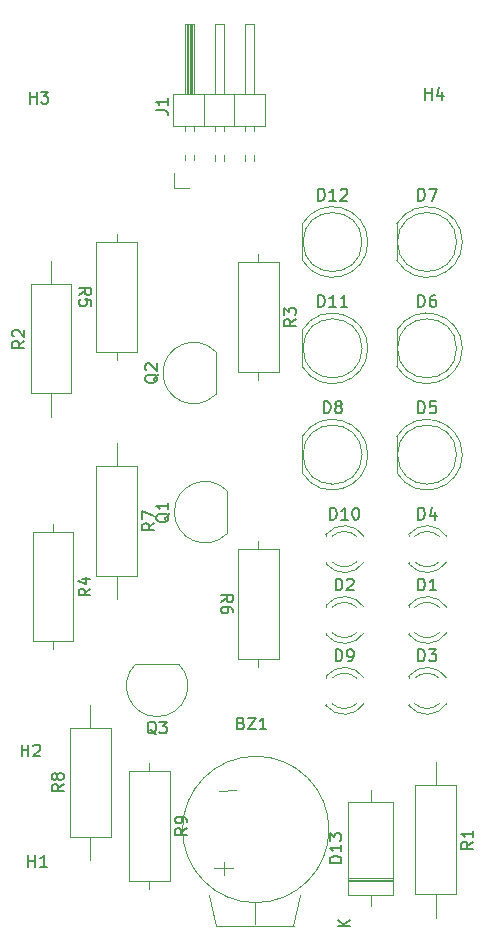
<source format=gbr>
%TF.GenerationSoftware,KiCad,Pcbnew,(5.1.10)-1*%
%TF.CreationDate,2021-11-19T12:16:16+02:00*%
%TF.ProjectId,25-station-led-alarm,32352d73-7461-4746-996f-6e2d6c65642d,rev?*%
%TF.SameCoordinates,Original*%
%TF.FileFunction,Legend,Top*%
%TF.FilePolarity,Positive*%
%FSLAX46Y46*%
G04 Gerber Fmt 4.6, Leading zero omitted, Abs format (unit mm)*
G04 Created by KiCad (PCBNEW (5.1.10)-1) date 2021-11-19 12:16:16*
%MOMM*%
%LPD*%
G01*
G04 APERTURE LIST*
%ADD10C,0.120000*%
%ADD11C,0.150000*%
G04 APERTURE END LIST*
D10*
%TO.C,D1*%
X159710000Y-130764000D02*
X159710000Y-130920000D01*
X159710000Y-133080000D02*
X159710000Y-133236000D01*
X162942335Y-130921392D02*
G75*
G03*
X159710000Y-130764484I-1672335J-1078608D01*
G01*
X162942335Y-133078608D02*
G75*
G02*
X159710000Y-133235516I-1672335J1078608D01*
G01*
X162311130Y-130920163D02*
G75*
G03*
X160229039Y-130920000I-1041130J-1079837D01*
G01*
X162311130Y-133079837D02*
G75*
G02*
X160229039Y-133080000I-1041130J1079837D01*
G01*
%TO.C,D2*%
X152710000Y-133080000D02*
X152710000Y-133236000D01*
X152710000Y-130764000D02*
X152710000Y-130920000D01*
X155311130Y-133079837D02*
G75*
G02*
X153229039Y-133080000I-1041130J1079837D01*
G01*
X155311130Y-130920163D02*
G75*
G03*
X153229039Y-130920000I-1041130J-1079837D01*
G01*
X155942335Y-133078608D02*
G75*
G02*
X152710000Y-133235516I-1672335J1078608D01*
G01*
X155942335Y-130921392D02*
G75*
G03*
X152710000Y-130764484I-1672335J-1078608D01*
G01*
%TO.C,D3*%
X159710000Y-139080000D02*
X159710000Y-139236000D01*
X159710000Y-136764000D02*
X159710000Y-136920000D01*
X162311130Y-139079837D02*
G75*
G02*
X160229039Y-139080000I-1041130J1079837D01*
G01*
X162311130Y-136920163D02*
G75*
G03*
X160229039Y-136920000I-1041130J-1079837D01*
G01*
X162942335Y-139078608D02*
G75*
G02*
X159710000Y-139235516I-1672335J1078608D01*
G01*
X162942335Y-136921392D02*
G75*
G03*
X159710000Y-136764484I-1672335J-1078608D01*
G01*
%TO.C,D4*%
X159710000Y-124764000D02*
X159710000Y-124920000D01*
X159710000Y-127080000D02*
X159710000Y-127236000D01*
X162942335Y-124921392D02*
G75*
G03*
X159710000Y-124764484I-1672335J-1078608D01*
G01*
X162942335Y-127078608D02*
G75*
G02*
X159710000Y-127235516I-1672335J1078608D01*
G01*
X162311130Y-124920163D02*
G75*
G03*
X160229039Y-124920000I-1041130J-1079837D01*
G01*
X162311130Y-127079837D02*
G75*
G02*
X160229039Y-127080000I-1041130J1079837D01*
G01*
%TO.C,D5*%
X163770000Y-118000000D02*
G75*
G03*
X163770000Y-118000000I-2500000J0D01*
G01*
X158710000Y-116455000D02*
X158710000Y-119545000D01*
X164260000Y-118000462D02*
G75*
G03*
X158710000Y-116455170I-2990000J462D01*
G01*
X164260000Y-117999538D02*
G75*
G02*
X158710000Y-119544830I-2990000J-462D01*
G01*
%TO.C,D6*%
X158710000Y-107455000D02*
X158710000Y-110545000D01*
X163770000Y-109000000D02*
G75*
G03*
X163770000Y-109000000I-2500000J0D01*
G01*
X164260000Y-108999538D02*
G75*
G02*
X158710000Y-110544830I-2990000J-462D01*
G01*
X164260000Y-109000462D02*
G75*
G03*
X158710000Y-107455170I-2990000J462D01*
G01*
%TO.C,D7*%
X163770000Y-100000000D02*
G75*
G03*
X163770000Y-100000000I-2500000J0D01*
G01*
X158710000Y-98455000D02*
X158710000Y-101545000D01*
X164260000Y-100000462D02*
G75*
G03*
X158710000Y-98455170I-2990000J462D01*
G01*
X164260000Y-99999538D02*
G75*
G02*
X158710000Y-101544830I-2990000J-462D01*
G01*
%TO.C,D8*%
X155770000Y-118000000D02*
G75*
G03*
X155770000Y-118000000I-2500000J0D01*
G01*
X150710000Y-116455000D02*
X150710000Y-119545000D01*
X156260000Y-118000462D02*
G75*
G03*
X150710000Y-116455170I-2990000J462D01*
G01*
X156260000Y-117999538D02*
G75*
G02*
X150710000Y-119544830I-2990000J-462D01*
G01*
%TO.C,D9*%
X152710000Y-136764000D02*
X152710000Y-136920000D01*
X152710000Y-139080000D02*
X152710000Y-139236000D01*
X155942335Y-136921392D02*
G75*
G03*
X152710000Y-136764484I-1672335J-1078608D01*
G01*
X155942335Y-139078608D02*
G75*
G02*
X152710000Y-139235516I-1672335J1078608D01*
G01*
X155311130Y-136920163D02*
G75*
G03*
X153229039Y-136920000I-1041130J-1079837D01*
G01*
X155311130Y-139079837D02*
G75*
G02*
X153229039Y-139080000I-1041130J1079837D01*
G01*
%TO.C,D10*%
X152710000Y-127080000D02*
X152710000Y-127236000D01*
X152710000Y-124764000D02*
X152710000Y-124920000D01*
X155311130Y-127079837D02*
G75*
G02*
X153229039Y-127080000I-1041130J1079837D01*
G01*
X155311130Y-124920163D02*
G75*
G03*
X153229039Y-124920000I-1041130J-1079837D01*
G01*
X155942335Y-127078608D02*
G75*
G02*
X152710000Y-127235516I-1672335J1078608D01*
G01*
X155942335Y-124921392D02*
G75*
G03*
X152710000Y-124764484I-1672335J-1078608D01*
G01*
%TO.C,D11*%
X155770000Y-109000000D02*
G75*
G03*
X155770000Y-109000000I-2500000J0D01*
G01*
X150710000Y-107455000D02*
X150710000Y-110545000D01*
X156260000Y-109000462D02*
G75*
G03*
X150710000Y-107455170I-2990000J462D01*
G01*
X156260000Y-108999538D02*
G75*
G02*
X150710000Y-110544830I-2990000J-462D01*
G01*
%TO.C,D12*%
X150710000Y-98455000D02*
X150710000Y-101545000D01*
X155770000Y-100000000D02*
G75*
G03*
X155770000Y-100000000I-2500000J0D01*
G01*
X156260000Y-99999538D02*
G75*
G02*
X150710000Y-101544830I-2990000J-462D01*
G01*
X156260000Y-100000462D02*
G75*
G03*
X150710000Y-98455170I-2990000J462D01*
G01*
%TO.C,Q1*%
X144323680Y-124669960D02*
X144323680Y-121069960D01*
X144312158Y-124708438D02*
G75*
G02*
X139873680Y-122869960I-1838478J1838478D01*
G01*
X144312158Y-121031482D02*
G75*
G03*
X139873680Y-122869960I-1838478J-1838478D01*
G01*
%TO.C,Q2*%
X143366100Y-112889440D02*
X143366100Y-109289440D01*
X143354578Y-112927918D02*
G75*
G02*
X138916100Y-111089440I-1838478J1838478D01*
G01*
X143354578Y-109250962D02*
G75*
G03*
X138916100Y-111089440I-1838478J-1838478D01*
G01*
%TO.C,Q3*%
X140224920Y-135731640D02*
X136624920Y-135731640D01*
X136586442Y-135743162D02*
G75*
G03*
X138424920Y-140181640I1838478J-1838478D01*
G01*
X140263398Y-135743162D02*
G75*
G02*
X138424920Y-140181640I-1838478J-1838478D01*
G01*
%TO.C,R1*%
X163720000Y-146000000D02*
X160280000Y-146000000D01*
X160280000Y-146000000D02*
X160280000Y-155240000D01*
X160280000Y-155240000D02*
X163720000Y-155240000D01*
X163720000Y-155240000D02*
X163720000Y-146000000D01*
X162000000Y-144040000D02*
X162000000Y-146000000D01*
X162000000Y-157200000D02*
X162000000Y-155240000D01*
%TO.C,R2*%
X127718400Y-112818920D02*
X131158400Y-112818920D01*
X131158400Y-112818920D02*
X131158400Y-103578920D01*
X131158400Y-103578920D02*
X127718400Y-103578920D01*
X127718400Y-103578920D02*
X127718400Y-112818920D01*
X129438400Y-114778920D02*
X129438400Y-112818920D01*
X129438400Y-101618920D02*
X129438400Y-103578920D01*
%TO.C,R3*%
X148720000Y-101730000D02*
X145280000Y-101730000D01*
X145280000Y-101730000D02*
X145280000Y-110970000D01*
X145280000Y-110970000D02*
X148720000Y-110970000D01*
X148720000Y-110970000D02*
X148720000Y-101730000D01*
X147000000Y-101040000D02*
X147000000Y-101730000D01*
X147000000Y-111660000D02*
X147000000Y-110970000D01*
%TO.C,R4*%
X131313340Y-124559320D02*
X127873340Y-124559320D01*
X127873340Y-124559320D02*
X127873340Y-133799320D01*
X127873340Y-133799320D02*
X131313340Y-133799320D01*
X131313340Y-133799320D02*
X131313340Y-124559320D01*
X129593340Y-123869320D02*
X129593340Y-124559320D01*
X129593340Y-134489320D02*
X129593340Y-133799320D01*
%TO.C,R5*%
X135000000Y-99340000D02*
X135000000Y-100030000D01*
X135000000Y-109960000D02*
X135000000Y-109270000D01*
X133280000Y-100030000D02*
X133280000Y-109270000D01*
X136720000Y-100030000D02*
X133280000Y-100030000D01*
X136720000Y-109270000D02*
X136720000Y-100030000D01*
X133280000Y-109270000D02*
X136720000Y-109270000D01*
%TO.C,R6*%
X147000000Y-125340000D02*
X147000000Y-126030000D01*
X147000000Y-135960000D02*
X147000000Y-135270000D01*
X145280000Y-126030000D02*
X145280000Y-135270000D01*
X148720000Y-126030000D02*
X145280000Y-126030000D01*
X148720000Y-135270000D02*
X148720000Y-126030000D01*
X145280000Y-135270000D02*
X148720000Y-135270000D01*
%TO.C,R7*%
X135000000Y-130200000D02*
X135000000Y-128240000D01*
X135000000Y-117040000D02*
X135000000Y-119000000D01*
X136720000Y-128240000D02*
X136720000Y-119000000D01*
X133280000Y-128240000D02*
X136720000Y-128240000D01*
X133280000Y-119000000D02*
X133280000Y-128240000D01*
X136720000Y-119000000D02*
X133280000Y-119000000D01*
%TO.C,R8*%
X132778500Y-139172820D02*
X132778500Y-141132820D01*
X132778500Y-152332820D02*
X132778500Y-150372820D01*
X131058500Y-141132820D02*
X131058500Y-150372820D01*
X134498500Y-141132820D02*
X131058500Y-141132820D01*
X134498500Y-150372820D02*
X134498500Y-141132820D01*
X131058500Y-150372820D02*
X134498500Y-150372820D01*
%TO.C,R9*%
X139492140Y-144820900D02*
X136052140Y-144820900D01*
X136052140Y-144820900D02*
X136052140Y-154060900D01*
X136052140Y-154060900D02*
X139492140Y-154060900D01*
X139492140Y-154060900D02*
X139492140Y-144820900D01*
X137772140Y-144130900D02*
X137772140Y-144820900D01*
X137772140Y-154750900D02*
X137772140Y-154060900D01*
%TO.C,BZ1*%
X145094960Y-146431000D02*
X143647160Y-146443700D01*
X144053560Y-153568400D02*
X144078960Y-152463500D01*
X144879060Y-153022300D02*
X143253460Y-152958800D01*
X149946360Y-157949900D02*
X150479760Y-155295600D01*
X143443960Y-157937200D02*
X142847060Y-155244800D01*
X146720560Y-155921100D02*
X146720560Y-157721100D01*
X149970560Y-157921100D02*
X143470560Y-157921100D01*
X152971360Y-149733000D02*
G75*
G03*
X152971360Y-149733000I-6200000J0D01*
G01*
%TO.C,J1*%
X139857480Y-95415100D02*
X139857480Y-94145100D01*
X141127480Y-95415100D02*
X139857480Y-95415100D01*
X146587480Y-93102171D02*
X146587480Y-92648029D01*
X145827480Y-93102171D02*
X145827480Y-92648029D01*
X146587480Y-90562171D02*
X146587480Y-90165100D01*
X145827480Y-90562171D02*
X145827480Y-90165100D01*
X146587480Y-81505100D02*
X146587480Y-87505100D01*
X145827480Y-81505100D02*
X146587480Y-81505100D01*
X145827480Y-87505100D02*
X145827480Y-81505100D01*
X144937480Y-90165100D02*
X144937480Y-87505100D01*
X144047480Y-93102171D02*
X144047480Y-92648029D01*
X143287480Y-93102171D02*
X143287480Y-92648029D01*
X144047480Y-90562171D02*
X144047480Y-90165100D01*
X143287480Y-90562171D02*
X143287480Y-90165100D01*
X144047480Y-81505100D02*
X144047480Y-87505100D01*
X143287480Y-81505100D02*
X144047480Y-81505100D01*
X143287480Y-87505100D02*
X143287480Y-81505100D01*
X142397480Y-90165100D02*
X142397480Y-87505100D01*
X141507480Y-93035100D02*
X141507480Y-92648029D01*
X140747480Y-93035100D02*
X140747480Y-92648029D01*
X141507480Y-90562171D02*
X141507480Y-90165100D01*
X140747480Y-90562171D02*
X140747480Y-90165100D01*
X141407480Y-87505100D02*
X141407480Y-81505100D01*
X141287480Y-87505100D02*
X141287480Y-81505100D01*
X141167480Y-87505100D02*
X141167480Y-81505100D01*
X141047480Y-87505100D02*
X141047480Y-81505100D01*
X140927480Y-87505100D02*
X140927480Y-81505100D01*
X140807480Y-87505100D02*
X140807480Y-81505100D01*
X141507480Y-81505100D02*
X141507480Y-87505100D01*
X140747480Y-81505100D02*
X141507480Y-81505100D01*
X140747480Y-87505100D02*
X140747480Y-81505100D01*
X139797480Y-87505100D02*
X139797480Y-90165100D01*
X147537480Y-87505100D02*
X139797480Y-87505100D01*
X147537480Y-90165100D02*
X147537480Y-87505100D01*
X139797480Y-90165100D02*
X147537480Y-90165100D01*
%TO.C,D13*%
X154566860Y-154118280D02*
X158406860Y-154118280D01*
X154566860Y-153878280D02*
X158406860Y-153878280D01*
X154566860Y-153998280D02*
X158406860Y-153998280D01*
X156486860Y-146428280D02*
X156486860Y-147418280D01*
X156486860Y-156248280D02*
X156486860Y-155258280D01*
X154566860Y-147418280D02*
X154566860Y-155258280D01*
X158406860Y-147418280D02*
X154566860Y-147418280D01*
X158406860Y-155258280D02*
X158406860Y-147418280D01*
X154566860Y-155258280D02*
X158406860Y-155258280D01*
%TO.C,D1*%
D11*
X160531904Y-129492380D02*
X160531904Y-128492380D01*
X160770000Y-128492380D01*
X160912857Y-128540000D01*
X161008095Y-128635238D01*
X161055714Y-128730476D01*
X161103333Y-128920952D01*
X161103333Y-129063809D01*
X161055714Y-129254285D01*
X161008095Y-129349523D01*
X160912857Y-129444761D01*
X160770000Y-129492380D01*
X160531904Y-129492380D01*
X162055714Y-129492380D02*
X161484285Y-129492380D01*
X161770000Y-129492380D02*
X161770000Y-128492380D01*
X161674761Y-128635238D01*
X161579523Y-128730476D01*
X161484285Y-128778095D01*
%TO.C,D2*%
X153531904Y-129492380D02*
X153531904Y-128492380D01*
X153770000Y-128492380D01*
X153912857Y-128540000D01*
X154008095Y-128635238D01*
X154055714Y-128730476D01*
X154103333Y-128920952D01*
X154103333Y-129063809D01*
X154055714Y-129254285D01*
X154008095Y-129349523D01*
X153912857Y-129444761D01*
X153770000Y-129492380D01*
X153531904Y-129492380D01*
X154484285Y-128587619D02*
X154531904Y-128540000D01*
X154627142Y-128492380D01*
X154865238Y-128492380D01*
X154960476Y-128540000D01*
X155008095Y-128587619D01*
X155055714Y-128682857D01*
X155055714Y-128778095D01*
X155008095Y-128920952D01*
X154436666Y-129492380D01*
X155055714Y-129492380D01*
%TO.C,D3*%
X160531904Y-135492380D02*
X160531904Y-134492380D01*
X160770000Y-134492380D01*
X160912857Y-134540000D01*
X161008095Y-134635238D01*
X161055714Y-134730476D01*
X161103333Y-134920952D01*
X161103333Y-135063809D01*
X161055714Y-135254285D01*
X161008095Y-135349523D01*
X160912857Y-135444761D01*
X160770000Y-135492380D01*
X160531904Y-135492380D01*
X161436666Y-134492380D02*
X162055714Y-134492380D01*
X161722380Y-134873333D01*
X161865238Y-134873333D01*
X161960476Y-134920952D01*
X162008095Y-134968571D01*
X162055714Y-135063809D01*
X162055714Y-135301904D01*
X162008095Y-135397142D01*
X161960476Y-135444761D01*
X161865238Y-135492380D01*
X161579523Y-135492380D01*
X161484285Y-135444761D01*
X161436666Y-135397142D01*
%TO.C,D4*%
X160531904Y-123492380D02*
X160531904Y-122492380D01*
X160770000Y-122492380D01*
X160912857Y-122540000D01*
X161008095Y-122635238D01*
X161055714Y-122730476D01*
X161103333Y-122920952D01*
X161103333Y-123063809D01*
X161055714Y-123254285D01*
X161008095Y-123349523D01*
X160912857Y-123444761D01*
X160770000Y-123492380D01*
X160531904Y-123492380D01*
X161960476Y-122825714D02*
X161960476Y-123492380D01*
X161722380Y-122444761D02*
X161484285Y-123159047D01*
X162103333Y-123159047D01*
%TO.C,D5*%
X160531904Y-114492380D02*
X160531904Y-113492380D01*
X160770000Y-113492380D01*
X160912857Y-113540000D01*
X161008095Y-113635238D01*
X161055714Y-113730476D01*
X161103333Y-113920952D01*
X161103333Y-114063809D01*
X161055714Y-114254285D01*
X161008095Y-114349523D01*
X160912857Y-114444761D01*
X160770000Y-114492380D01*
X160531904Y-114492380D01*
X162008095Y-113492380D02*
X161531904Y-113492380D01*
X161484285Y-113968571D01*
X161531904Y-113920952D01*
X161627142Y-113873333D01*
X161865238Y-113873333D01*
X161960476Y-113920952D01*
X162008095Y-113968571D01*
X162055714Y-114063809D01*
X162055714Y-114301904D01*
X162008095Y-114397142D01*
X161960476Y-114444761D01*
X161865238Y-114492380D01*
X161627142Y-114492380D01*
X161531904Y-114444761D01*
X161484285Y-114397142D01*
%TO.C,D6*%
X160531904Y-105492380D02*
X160531904Y-104492380D01*
X160770000Y-104492380D01*
X160912857Y-104540000D01*
X161008095Y-104635238D01*
X161055714Y-104730476D01*
X161103333Y-104920952D01*
X161103333Y-105063809D01*
X161055714Y-105254285D01*
X161008095Y-105349523D01*
X160912857Y-105444761D01*
X160770000Y-105492380D01*
X160531904Y-105492380D01*
X161960476Y-104492380D02*
X161770000Y-104492380D01*
X161674761Y-104540000D01*
X161627142Y-104587619D01*
X161531904Y-104730476D01*
X161484285Y-104920952D01*
X161484285Y-105301904D01*
X161531904Y-105397142D01*
X161579523Y-105444761D01*
X161674761Y-105492380D01*
X161865238Y-105492380D01*
X161960476Y-105444761D01*
X162008095Y-105397142D01*
X162055714Y-105301904D01*
X162055714Y-105063809D01*
X162008095Y-104968571D01*
X161960476Y-104920952D01*
X161865238Y-104873333D01*
X161674761Y-104873333D01*
X161579523Y-104920952D01*
X161531904Y-104968571D01*
X161484285Y-105063809D01*
%TO.C,D7*%
X160531904Y-96492380D02*
X160531904Y-95492380D01*
X160770000Y-95492380D01*
X160912857Y-95540000D01*
X161008095Y-95635238D01*
X161055714Y-95730476D01*
X161103333Y-95920952D01*
X161103333Y-96063809D01*
X161055714Y-96254285D01*
X161008095Y-96349523D01*
X160912857Y-96444761D01*
X160770000Y-96492380D01*
X160531904Y-96492380D01*
X161436666Y-95492380D02*
X162103333Y-95492380D01*
X161674761Y-96492380D01*
%TO.C,D8*%
X152531904Y-114492380D02*
X152531904Y-113492380D01*
X152770000Y-113492380D01*
X152912857Y-113540000D01*
X153008095Y-113635238D01*
X153055714Y-113730476D01*
X153103333Y-113920952D01*
X153103333Y-114063809D01*
X153055714Y-114254285D01*
X153008095Y-114349523D01*
X152912857Y-114444761D01*
X152770000Y-114492380D01*
X152531904Y-114492380D01*
X153674761Y-113920952D02*
X153579523Y-113873333D01*
X153531904Y-113825714D01*
X153484285Y-113730476D01*
X153484285Y-113682857D01*
X153531904Y-113587619D01*
X153579523Y-113540000D01*
X153674761Y-113492380D01*
X153865238Y-113492380D01*
X153960476Y-113540000D01*
X154008095Y-113587619D01*
X154055714Y-113682857D01*
X154055714Y-113730476D01*
X154008095Y-113825714D01*
X153960476Y-113873333D01*
X153865238Y-113920952D01*
X153674761Y-113920952D01*
X153579523Y-113968571D01*
X153531904Y-114016190D01*
X153484285Y-114111428D01*
X153484285Y-114301904D01*
X153531904Y-114397142D01*
X153579523Y-114444761D01*
X153674761Y-114492380D01*
X153865238Y-114492380D01*
X153960476Y-114444761D01*
X154008095Y-114397142D01*
X154055714Y-114301904D01*
X154055714Y-114111428D01*
X154008095Y-114016190D01*
X153960476Y-113968571D01*
X153865238Y-113920952D01*
%TO.C,D9*%
X153531904Y-135492380D02*
X153531904Y-134492380D01*
X153770000Y-134492380D01*
X153912857Y-134540000D01*
X154008095Y-134635238D01*
X154055714Y-134730476D01*
X154103333Y-134920952D01*
X154103333Y-135063809D01*
X154055714Y-135254285D01*
X154008095Y-135349523D01*
X153912857Y-135444761D01*
X153770000Y-135492380D01*
X153531904Y-135492380D01*
X154579523Y-135492380D02*
X154770000Y-135492380D01*
X154865238Y-135444761D01*
X154912857Y-135397142D01*
X155008095Y-135254285D01*
X155055714Y-135063809D01*
X155055714Y-134682857D01*
X155008095Y-134587619D01*
X154960476Y-134540000D01*
X154865238Y-134492380D01*
X154674761Y-134492380D01*
X154579523Y-134540000D01*
X154531904Y-134587619D01*
X154484285Y-134682857D01*
X154484285Y-134920952D01*
X154531904Y-135016190D01*
X154579523Y-135063809D01*
X154674761Y-135111428D01*
X154865238Y-135111428D01*
X154960476Y-135063809D01*
X155008095Y-135016190D01*
X155055714Y-134920952D01*
%TO.C,D10*%
X153055714Y-123492380D02*
X153055714Y-122492380D01*
X153293809Y-122492380D01*
X153436666Y-122540000D01*
X153531904Y-122635238D01*
X153579523Y-122730476D01*
X153627142Y-122920952D01*
X153627142Y-123063809D01*
X153579523Y-123254285D01*
X153531904Y-123349523D01*
X153436666Y-123444761D01*
X153293809Y-123492380D01*
X153055714Y-123492380D01*
X154579523Y-123492380D02*
X154008095Y-123492380D01*
X154293809Y-123492380D02*
X154293809Y-122492380D01*
X154198571Y-122635238D01*
X154103333Y-122730476D01*
X154008095Y-122778095D01*
X155198571Y-122492380D02*
X155293809Y-122492380D01*
X155389047Y-122540000D01*
X155436666Y-122587619D01*
X155484285Y-122682857D01*
X155531904Y-122873333D01*
X155531904Y-123111428D01*
X155484285Y-123301904D01*
X155436666Y-123397142D01*
X155389047Y-123444761D01*
X155293809Y-123492380D01*
X155198571Y-123492380D01*
X155103333Y-123444761D01*
X155055714Y-123397142D01*
X155008095Y-123301904D01*
X154960476Y-123111428D01*
X154960476Y-122873333D01*
X155008095Y-122682857D01*
X155055714Y-122587619D01*
X155103333Y-122540000D01*
X155198571Y-122492380D01*
%TO.C,D11*%
X152055714Y-105492380D02*
X152055714Y-104492380D01*
X152293809Y-104492380D01*
X152436666Y-104540000D01*
X152531904Y-104635238D01*
X152579523Y-104730476D01*
X152627142Y-104920952D01*
X152627142Y-105063809D01*
X152579523Y-105254285D01*
X152531904Y-105349523D01*
X152436666Y-105444761D01*
X152293809Y-105492380D01*
X152055714Y-105492380D01*
X153579523Y-105492380D02*
X153008095Y-105492380D01*
X153293809Y-105492380D02*
X153293809Y-104492380D01*
X153198571Y-104635238D01*
X153103333Y-104730476D01*
X153008095Y-104778095D01*
X154531904Y-105492380D02*
X153960476Y-105492380D01*
X154246190Y-105492380D02*
X154246190Y-104492380D01*
X154150952Y-104635238D01*
X154055714Y-104730476D01*
X153960476Y-104778095D01*
%TO.C,D12*%
X152055714Y-96492380D02*
X152055714Y-95492380D01*
X152293809Y-95492380D01*
X152436666Y-95540000D01*
X152531904Y-95635238D01*
X152579523Y-95730476D01*
X152627142Y-95920952D01*
X152627142Y-96063809D01*
X152579523Y-96254285D01*
X152531904Y-96349523D01*
X152436666Y-96444761D01*
X152293809Y-96492380D01*
X152055714Y-96492380D01*
X153579523Y-96492380D02*
X153008095Y-96492380D01*
X153293809Y-96492380D02*
X153293809Y-95492380D01*
X153198571Y-95635238D01*
X153103333Y-95730476D01*
X153008095Y-95778095D01*
X153960476Y-95587619D02*
X154008095Y-95540000D01*
X154103333Y-95492380D01*
X154341428Y-95492380D01*
X154436666Y-95540000D01*
X154484285Y-95587619D01*
X154531904Y-95682857D01*
X154531904Y-95778095D01*
X154484285Y-95920952D01*
X153912857Y-96492380D01*
X154531904Y-96492380D01*
%TO.C,Q1*%
X139461299Y-122965198D02*
X139413680Y-123060436D01*
X139318441Y-123155674D01*
X139175584Y-123298531D01*
X139127965Y-123393769D01*
X139127965Y-123489007D01*
X139366060Y-123441388D02*
X139318441Y-123536626D01*
X139223203Y-123631864D01*
X139032727Y-123679483D01*
X138699394Y-123679483D01*
X138508918Y-123631864D01*
X138413680Y-123536626D01*
X138366060Y-123441388D01*
X138366060Y-123250912D01*
X138413680Y-123155674D01*
X138508918Y-123060436D01*
X138699394Y-123012817D01*
X139032727Y-123012817D01*
X139223203Y-123060436D01*
X139318441Y-123155674D01*
X139366060Y-123250912D01*
X139366060Y-123441388D01*
X139366060Y-122060436D02*
X139366060Y-122631864D01*
X139366060Y-122346150D02*
X138366060Y-122346150D01*
X138508918Y-122441388D01*
X138604156Y-122536626D01*
X138651775Y-122631864D01*
%TO.C,Q2*%
X138503719Y-111184678D02*
X138456100Y-111279916D01*
X138360861Y-111375154D01*
X138218004Y-111518011D01*
X138170385Y-111613249D01*
X138170385Y-111708487D01*
X138408480Y-111660868D02*
X138360861Y-111756106D01*
X138265623Y-111851344D01*
X138075147Y-111898963D01*
X137741814Y-111898963D01*
X137551338Y-111851344D01*
X137456100Y-111756106D01*
X137408480Y-111660868D01*
X137408480Y-111470392D01*
X137456100Y-111375154D01*
X137551338Y-111279916D01*
X137741814Y-111232297D01*
X138075147Y-111232297D01*
X138265623Y-111279916D01*
X138360861Y-111375154D01*
X138408480Y-111470392D01*
X138408480Y-111660868D01*
X137503719Y-110851344D02*
X137456100Y-110803725D01*
X137408480Y-110708487D01*
X137408480Y-110470392D01*
X137456100Y-110375154D01*
X137503719Y-110327535D01*
X137598957Y-110279916D01*
X137694195Y-110279916D01*
X137837052Y-110327535D01*
X138408480Y-110898963D01*
X138408480Y-110279916D01*
%TO.C,Q3*%
X138329681Y-141689259D02*
X138234443Y-141641640D01*
X138139205Y-141546401D01*
X137996348Y-141403544D01*
X137901110Y-141355925D01*
X137805872Y-141355925D01*
X137853491Y-141594020D02*
X137758253Y-141546401D01*
X137663015Y-141451163D01*
X137615396Y-141260687D01*
X137615396Y-140927354D01*
X137663015Y-140736878D01*
X137758253Y-140641640D01*
X137853491Y-140594020D01*
X138043967Y-140594020D01*
X138139205Y-140641640D01*
X138234443Y-140736878D01*
X138282062Y-140927354D01*
X138282062Y-141260687D01*
X138234443Y-141451163D01*
X138139205Y-141546401D01*
X138043967Y-141594020D01*
X137853491Y-141594020D01*
X138615396Y-140594020D02*
X139234443Y-140594020D01*
X138901110Y-140974973D01*
X139043967Y-140974973D01*
X139139205Y-141022592D01*
X139186824Y-141070211D01*
X139234443Y-141165449D01*
X139234443Y-141403544D01*
X139186824Y-141498782D01*
X139139205Y-141546401D01*
X139043967Y-141594020D01*
X138758253Y-141594020D01*
X138663015Y-141546401D01*
X138615396Y-141498782D01*
%TO.C,R1*%
X165172380Y-150786666D02*
X164696190Y-151120000D01*
X165172380Y-151358095D02*
X164172380Y-151358095D01*
X164172380Y-150977142D01*
X164220000Y-150881904D01*
X164267619Y-150834285D01*
X164362857Y-150786666D01*
X164505714Y-150786666D01*
X164600952Y-150834285D01*
X164648571Y-150881904D01*
X164696190Y-150977142D01*
X164696190Y-151358095D01*
X165172380Y-149834285D02*
X165172380Y-150405714D01*
X165172380Y-150120000D02*
X164172380Y-150120000D01*
X164315238Y-150215238D01*
X164410476Y-150310476D01*
X164458095Y-150405714D01*
%TO.C,R2*%
X127170780Y-108365586D02*
X126694590Y-108698920D01*
X127170780Y-108937015D02*
X126170780Y-108937015D01*
X126170780Y-108556062D01*
X126218400Y-108460824D01*
X126266019Y-108413205D01*
X126361257Y-108365586D01*
X126504114Y-108365586D01*
X126599352Y-108413205D01*
X126646971Y-108460824D01*
X126694590Y-108556062D01*
X126694590Y-108937015D01*
X126266019Y-107984634D02*
X126218400Y-107937015D01*
X126170780Y-107841777D01*
X126170780Y-107603681D01*
X126218400Y-107508443D01*
X126266019Y-107460824D01*
X126361257Y-107413205D01*
X126456495Y-107413205D01*
X126599352Y-107460824D01*
X127170780Y-108032253D01*
X127170780Y-107413205D01*
%TO.C,R3*%
X150172380Y-106516666D02*
X149696190Y-106850000D01*
X150172380Y-107088095D02*
X149172380Y-107088095D01*
X149172380Y-106707142D01*
X149220000Y-106611904D01*
X149267619Y-106564285D01*
X149362857Y-106516666D01*
X149505714Y-106516666D01*
X149600952Y-106564285D01*
X149648571Y-106611904D01*
X149696190Y-106707142D01*
X149696190Y-107088095D01*
X149172380Y-106183333D02*
X149172380Y-105564285D01*
X149553333Y-105897619D01*
X149553333Y-105754761D01*
X149600952Y-105659523D01*
X149648571Y-105611904D01*
X149743809Y-105564285D01*
X149981904Y-105564285D01*
X150077142Y-105611904D01*
X150124761Y-105659523D01*
X150172380Y-105754761D01*
X150172380Y-106040476D01*
X150124761Y-106135714D01*
X150077142Y-106183333D01*
%TO.C,R4*%
X132765720Y-129345986D02*
X132289530Y-129679320D01*
X132765720Y-129917415D02*
X131765720Y-129917415D01*
X131765720Y-129536462D01*
X131813340Y-129441224D01*
X131860959Y-129393605D01*
X131956197Y-129345986D01*
X132099054Y-129345986D01*
X132194292Y-129393605D01*
X132241911Y-129441224D01*
X132289530Y-129536462D01*
X132289530Y-129917415D01*
X132099054Y-128488843D02*
X132765720Y-128488843D01*
X131718101Y-128726939D02*
X132432387Y-128965034D01*
X132432387Y-128345986D01*
%TO.C,R5*%
X131827619Y-104483333D02*
X132303809Y-104150000D01*
X131827619Y-103911904D02*
X132827619Y-103911904D01*
X132827619Y-104292857D01*
X132780000Y-104388095D01*
X132732380Y-104435714D01*
X132637142Y-104483333D01*
X132494285Y-104483333D01*
X132399047Y-104435714D01*
X132351428Y-104388095D01*
X132303809Y-104292857D01*
X132303809Y-103911904D01*
X132827619Y-105388095D02*
X132827619Y-104911904D01*
X132351428Y-104864285D01*
X132399047Y-104911904D01*
X132446666Y-105007142D01*
X132446666Y-105245238D01*
X132399047Y-105340476D01*
X132351428Y-105388095D01*
X132256190Y-105435714D01*
X132018095Y-105435714D01*
X131922857Y-105388095D01*
X131875238Y-105340476D01*
X131827619Y-105245238D01*
X131827619Y-105007142D01*
X131875238Y-104911904D01*
X131922857Y-104864285D01*
%TO.C,R6*%
X143827619Y-130483333D02*
X144303809Y-130150000D01*
X143827619Y-129911904D02*
X144827619Y-129911904D01*
X144827619Y-130292857D01*
X144780000Y-130388095D01*
X144732380Y-130435714D01*
X144637142Y-130483333D01*
X144494285Y-130483333D01*
X144399047Y-130435714D01*
X144351428Y-130388095D01*
X144303809Y-130292857D01*
X144303809Y-129911904D01*
X144827619Y-131340476D02*
X144827619Y-131150000D01*
X144780000Y-131054761D01*
X144732380Y-131007142D01*
X144589523Y-130911904D01*
X144399047Y-130864285D01*
X144018095Y-130864285D01*
X143922857Y-130911904D01*
X143875238Y-130959523D01*
X143827619Y-131054761D01*
X143827619Y-131245238D01*
X143875238Y-131340476D01*
X143922857Y-131388095D01*
X144018095Y-131435714D01*
X144256190Y-131435714D01*
X144351428Y-131388095D01*
X144399047Y-131340476D01*
X144446666Y-131245238D01*
X144446666Y-131054761D01*
X144399047Y-130959523D01*
X144351428Y-130911904D01*
X144256190Y-130864285D01*
%TO.C,R7*%
X138172380Y-123786666D02*
X137696190Y-124120000D01*
X138172380Y-124358095D02*
X137172380Y-124358095D01*
X137172380Y-123977142D01*
X137220000Y-123881904D01*
X137267619Y-123834285D01*
X137362857Y-123786666D01*
X137505714Y-123786666D01*
X137600952Y-123834285D01*
X137648571Y-123881904D01*
X137696190Y-123977142D01*
X137696190Y-124358095D01*
X137172380Y-123453333D02*
X137172380Y-122786666D01*
X138172380Y-123215238D01*
%TO.C,R8*%
X130510880Y-145919486D02*
X130034690Y-146252820D01*
X130510880Y-146490915D02*
X129510880Y-146490915D01*
X129510880Y-146109962D01*
X129558500Y-146014724D01*
X129606119Y-145967105D01*
X129701357Y-145919486D01*
X129844214Y-145919486D01*
X129939452Y-145967105D01*
X129987071Y-146014724D01*
X130034690Y-146109962D01*
X130034690Y-146490915D01*
X129939452Y-145348058D02*
X129891833Y-145443296D01*
X129844214Y-145490915D01*
X129748976Y-145538534D01*
X129701357Y-145538534D01*
X129606119Y-145490915D01*
X129558500Y-145443296D01*
X129510880Y-145348058D01*
X129510880Y-145157581D01*
X129558500Y-145062343D01*
X129606119Y-145014724D01*
X129701357Y-144967105D01*
X129748976Y-144967105D01*
X129844214Y-145014724D01*
X129891833Y-145062343D01*
X129939452Y-145157581D01*
X129939452Y-145348058D01*
X129987071Y-145443296D01*
X130034690Y-145490915D01*
X130129928Y-145538534D01*
X130320404Y-145538534D01*
X130415642Y-145490915D01*
X130463261Y-145443296D01*
X130510880Y-145348058D01*
X130510880Y-145157581D01*
X130463261Y-145062343D01*
X130415642Y-145014724D01*
X130320404Y-144967105D01*
X130129928Y-144967105D01*
X130034690Y-145014724D01*
X129987071Y-145062343D01*
X129939452Y-145157581D01*
%TO.C,R9*%
X140944520Y-149607566D02*
X140468330Y-149940900D01*
X140944520Y-150178995D02*
X139944520Y-150178995D01*
X139944520Y-149798042D01*
X139992140Y-149702804D01*
X140039759Y-149655185D01*
X140134997Y-149607566D01*
X140277854Y-149607566D01*
X140373092Y-149655185D01*
X140420711Y-149702804D01*
X140468330Y-149798042D01*
X140468330Y-150178995D01*
X140944520Y-149131376D02*
X140944520Y-148940900D01*
X140896901Y-148845661D01*
X140849282Y-148798042D01*
X140706425Y-148702804D01*
X140515949Y-148655185D01*
X140134997Y-148655185D01*
X140039759Y-148702804D01*
X139992140Y-148750423D01*
X139944520Y-148845661D01*
X139944520Y-149036138D01*
X139992140Y-149131376D01*
X140039759Y-149178995D01*
X140134997Y-149226614D01*
X140373092Y-149226614D01*
X140468330Y-149178995D01*
X140515949Y-149131376D01*
X140563568Y-149036138D01*
X140563568Y-148845661D01*
X140515949Y-148750423D01*
X140468330Y-148702804D01*
X140373092Y-148655185D01*
%TO.C,BZ1*%
X145522107Y-140733471D02*
X145664964Y-140781090D01*
X145712583Y-140828709D01*
X145760202Y-140923947D01*
X145760202Y-141066804D01*
X145712583Y-141162042D01*
X145664964Y-141209661D01*
X145569726Y-141257280D01*
X145188774Y-141257280D01*
X145188774Y-140257280D01*
X145522107Y-140257280D01*
X145617345Y-140304900D01*
X145664964Y-140352519D01*
X145712583Y-140447757D01*
X145712583Y-140542995D01*
X145664964Y-140638233D01*
X145617345Y-140685852D01*
X145522107Y-140733471D01*
X145188774Y-140733471D01*
X146093536Y-140257280D02*
X146760202Y-140257280D01*
X146093536Y-141257280D01*
X146760202Y-141257280D01*
X147664964Y-141257280D02*
X147093536Y-141257280D01*
X147379250Y-141257280D02*
X147379250Y-140257280D01*
X147284012Y-140400138D01*
X147188774Y-140495376D01*
X147093536Y-140542995D01*
%TO.C,J1*%
X138309860Y-88823433D02*
X139024146Y-88823433D01*
X139167003Y-88871052D01*
X139262241Y-88966290D01*
X139309860Y-89109147D01*
X139309860Y-89204385D01*
X139309860Y-87823433D02*
X139309860Y-88394861D01*
X139309860Y-88109147D02*
X138309860Y-88109147D01*
X138452718Y-88204385D01*
X138547956Y-88299623D01*
X138595575Y-88394861D01*
%TO.C,D13*%
X154019240Y-152552565D02*
X153019240Y-152552565D01*
X153019240Y-152314470D01*
X153066860Y-152171613D01*
X153162098Y-152076375D01*
X153257336Y-152028756D01*
X153447812Y-151981137D01*
X153590669Y-151981137D01*
X153781145Y-152028756D01*
X153876383Y-152076375D01*
X153971621Y-152171613D01*
X154019240Y-152314470D01*
X154019240Y-152552565D01*
X154019240Y-151028756D02*
X154019240Y-151600184D01*
X154019240Y-151314470D02*
X153019240Y-151314470D01*
X153162098Y-151409708D01*
X153257336Y-151504946D01*
X153304955Y-151600184D01*
X153019240Y-150695422D02*
X153019240Y-150076375D01*
X153400193Y-150409708D01*
X153400193Y-150266851D01*
X153447812Y-150171613D01*
X153495431Y-150123994D01*
X153590669Y-150076375D01*
X153828764Y-150076375D01*
X153924002Y-150123994D01*
X153971621Y-150171613D01*
X154019240Y-150266851D01*
X154019240Y-150552565D01*
X153971621Y-150647803D01*
X153924002Y-150695422D01*
X154739240Y-157950184D02*
X153739240Y-157950184D01*
X154739240Y-157378756D02*
X154167812Y-157807327D01*
X153739240Y-157378756D02*
X154310669Y-157950184D01*
%TO.C,H1*%
X127525875Y-152888720D02*
X127525875Y-151888720D01*
X127525875Y-152364911D02*
X128097303Y-152364911D01*
X128097303Y-152888720D02*
X128097303Y-151888720D01*
X129097303Y-152888720D02*
X128525875Y-152888720D01*
X128811589Y-152888720D02*
X128811589Y-151888720D01*
X128716351Y-152031578D01*
X128621113Y-152126816D01*
X128525875Y-152174435D01*
%TO.C,H2*%
X126951835Y-143551680D02*
X126951835Y-142551680D01*
X126951835Y-143027871D02*
X127523263Y-143027871D01*
X127523263Y-143551680D02*
X127523263Y-142551680D01*
X127951835Y-142646919D02*
X127999454Y-142599300D01*
X128094692Y-142551680D01*
X128332787Y-142551680D01*
X128428025Y-142599300D01*
X128475644Y-142646919D01*
X128523263Y-142742157D01*
X128523263Y-142837395D01*
X128475644Y-142980252D01*
X127904216Y-143551680D01*
X128523263Y-143551680D01*
%TO.C,H3*%
X127637635Y-88273660D02*
X127637635Y-87273660D01*
X127637635Y-87749851D02*
X128209063Y-87749851D01*
X128209063Y-88273660D02*
X128209063Y-87273660D01*
X128590016Y-87273660D02*
X129209063Y-87273660D01*
X128875730Y-87654613D01*
X129018587Y-87654613D01*
X129113825Y-87702232D01*
X129161444Y-87749851D01*
X129209063Y-87845089D01*
X129209063Y-88083184D01*
X129161444Y-88178422D01*
X129113825Y-88226041D01*
X129018587Y-88273660D01*
X128732873Y-88273660D01*
X128637635Y-88226041D01*
X128590016Y-88178422D01*
%TO.C,H4*%
X161084355Y-87940920D02*
X161084355Y-86940920D01*
X161084355Y-87417111D02*
X161655783Y-87417111D01*
X161655783Y-87940920D02*
X161655783Y-86940920D01*
X162560545Y-87274254D02*
X162560545Y-87940920D01*
X162322450Y-86893301D02*
X162084355Y-87607587D01*
X162703402Y-87607587D01*
%TD*%
M02*

</source>
